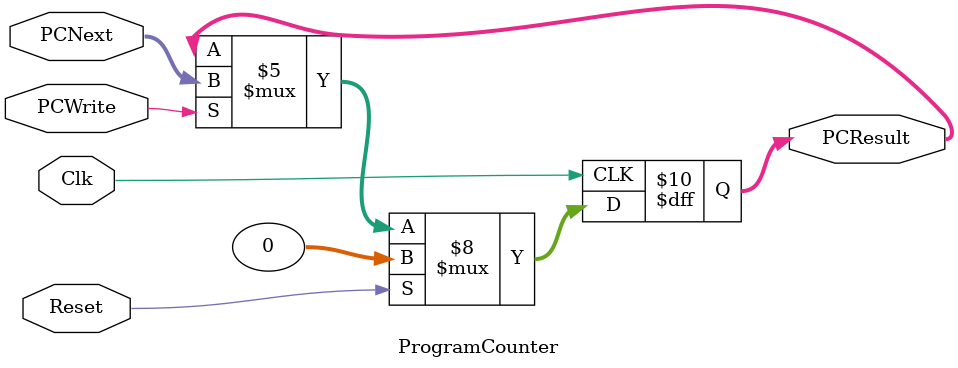
<source format=v>
`timescale 1ns / 1ps


module ProgramCounter(PCNext, PCResult, Reset, Clk,PCWrite);

	input       [31:0]  PCNext;
	input               Reset, Clk,PCWrite;

	output reg  [31:0]  PCResult;

    /* Please fill in the implementation here... */

	initial begin
	
		PCResult <= 32'h00000000;
	end

    always @(posedge Clk)
    begin
    	if (Reset == 1)
    	begin
    		PCResult <= 32'h00000000;
    	end
    	else
    	begin
			if (PCWrite == 1) begin
				PCResult <= PCNext;
			end
    	end

		//$display("PC=%h",PCResult);
    end

endmodule


</source>
